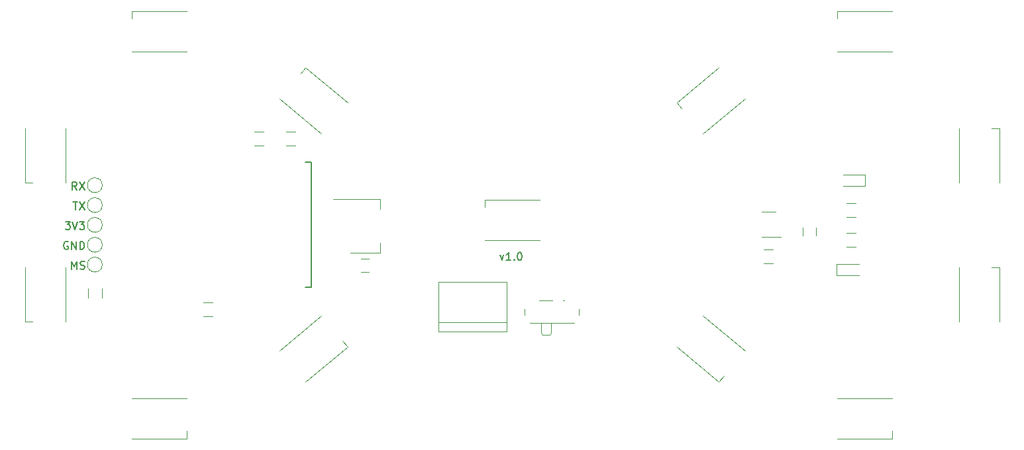
<source format=gto>
G04 #@! TF.GenerationSoftware,KiCad,Pcbnew,(5.0.2-5-10.14)*
G04 #@! TF.CreationDate,2019-03-10T19:37:14-04:00*
G04 #@! TF.ProjectId,glowtie,676c6f77-7469-4652-9e6b-696361645f70,rev?*
G04 #@! TF.SameCoordinates,Original*
G04 #@! TF.FileFunction,Legend,Top*
G04 #@! TF.FilePolarity,Positive*
%FSLAX46Y46*%
G04 Gerber Fmt 4.6, Leading zero omitted, Abs format (unit mm)*
G04 Created by KiCad (PCBNEW (5.0.2-5-10.14)) date Sunday, March 10, 2019 at 07:37:14 PM*
%MOMM*%
%LPD*%
G01*
G04 APERTURE LIST*
%ADD10C,0.200000*%
%ADD11C,0.150000*%
%ADD12C,0.120000*%
%ADD13C,0.152400*%
G04 APERTURE END LIST*
D10*
X74644428Y-45124714D02*
X74882523Y-45791380D01*
X75120619Y-45124714D01*
X76025380Y-45791380D02*
X75453952Y-45791380D01*
X75739666Y-45791380D02*
X75739666Y-44791380D01*
X75644428Y-44934238D01*
X75549190Y-45029476D01*
X75453952Y-45077095D01*
X76453952Y-45696142D02*
X76501571Y-45743761D01*
X76453952Y-45791380D01*
X76406333Y-45743761D01*
X76453952Y-45696142D01*
X76453952Y-45791380D01*
X77120619Y-44791380D02*
X77215857Y-44791380D01*
X77311095Y-44839000D01*
X77358714Y-44886619D01*
X77406333Y-44981857D01*
X77453952Y-45172333D01*
X77453952Y-45410428D01*
X77406333Y-45600904D01*
X77358714Y-45696142D01*
X77311095Y-45743761D01*
X77215857Y-45791380D01*
X77120619Y-45791380D01*
X77025380Y-45743761D01*
X76977761Y-45696142D01*
X76930142Y-45600904D01*
X76882523Y-45410428D01*
X76882523Y-45172333D01*
X76930142Y-44981857D01*
X76977761Y-44886619D01*
X77025380Y-44839000D01*
X77120619Y-44791380D01*
D11*
X19891476Y-46934380D02*
X19891476Y-45934380D01*
X20224809Y-46648666D01*
X20558142Y-45934380D01*
X20558142Y-46934380D01*
X20986714Y-46886761D02*
X21129571Y-46934380D01*
X21367666Y-46934380D01*
X21462904Y-46886761D01*
X21510523Y-46839142D01*
X21558142Y-46743904D01*
X21558142Y-46648666D01*
X21510523Y-46553428D01*
X21462904Y-46505809D01*
X21367666Y-46458190D01*
X21177190Y-46410571D01*
X21081952Y-46362952D01*
X21034333Y-46315333D01*
X20986714Y-46220095D01*
X20986714Y-46124857D01*
X21034333Y-46029619D01*
X21081952Y-45982000D01*
X21177190Y-45934380D01*
X21415285Y-45934380D01*
X21558142Y-45982000D01*
X19431095Y-43442000D02*
X19335857Y-43394380D01*
X19193000Y-43394380D01*
X19050142Y-43442000D01*
X18954904Y-43537238D01*
X18907285Y-43632476D01*
X18859666Y-43822952D01*
X18859666Y-43965809D01*
X18907285Y-44156285D01*
X18954904Y-44251523D01*
X19050142Y-44346761D01*
X19193000Y-44394380D01*
X19288238Y-44394380D01*
X19431095Y-44346761D01*
X19478714Y-44299142D01*
X19478714Y-43965809D01*
X19288238Y-43965809D01*
X19907285Y-44394380D02*
X19907285Y-43394380D01*
X20478714Y-44394380D01*
X20478714Y-43394380D01*
X20954904Y-44394380D02*
X20954904Y-43394380D01*
X21193000Y-43394380D01*
X21335857Y-43442000D01*
X21431095Y-43537238D01*
X21478714Y-43632476D01*
X21526333Y-43822952D01*
X21526333Y-43965809D01*
X21478714Y-44156285D01*
X21431095Y-44251523D01*
X21335857Y-44346761D01*
X21193000Y-44394380D01*
X20954904Y-44394380D01*
X19081904Y-40854380D02*
X19700952Y-40854380D01*
X19367619Y-41235333D01*
X19510476Y-41235333D01*
X19605714Y-41282952D01*
X19653333Y-41330571D01*
X19700952Y-41425809D01*
X19700952Y-41663904D01*
X19653333Y-41759142D01*
X19605714Y-41806761D01*
X19510476Y-41854380D01*
X19224761Y-41854380D01*
X19129523Y-41806761D01*
X19081904Y-41759142D01*
X19986666Y-40854380D02*
X20320000Y-41854380D01*
X20653333Y-40854380D01*
X20891428Y-40854380D02*
X21510476Y-40854380D01*
X21177142Y-41235333D01*
X21320000Y-41235333D01*
X21415238Y-41282952D01*
X21462857Y-41330571D01*
X21510476Y-41425809D01*
X21510476Y-41663904D01*
X21462857Y-41759142D01*
X21415238Y-41806761D01*
X21320000Y-41854380D01*
X21034285Y-41854380D01*
X20939047Y-41806761D01*
X20891428Y-41759142D01*
X20066095Y-38314380D02*
X20637523Y-38314380D01*
X20351809Y-39314380D02*
X20351809Y-38314380D01*
X20875619Y-38314380D02*
X21542285Y-39314380D01*
X21542285Y-38314380D02*
X20875619Y-39314380D01*
X20534333Y-36774380D02*
X20201000Y-36298190D01*
X19962904Y-36774380D02*
X19962904Y-35774380D01*
X20343857Y-35774380D01*
X20439095Y-35822000D01*
X20486714Y-35869619D01*
X20534333Y-35964857D01*
X20534333Y-36107714D01*
X20486714Y-36202952D01*
X20439095Y-36250571D01*
X20343857Y-36298190D01*
X19962904Y-36298190D01*
X20867666Y-35774380D02*
X21534333Y-36774380D01*
X21534333Y-35774380D02*
X20867666Y-36774380D01*
D12*
G04 #@! TO.C,LED1*
X46447597Y-57408041D02*
X51809908Y-52908528D01*
X49790092Y-61391472D02*
X55152403Y-56891959D01*
X55152403Y-56891959D02*
X54509616Y-56125914D01*
G04 #@! TO.C,LED2*
X27615000Y-63440000D02*
X34615000Y-63440000D01*
X27615000Y-68640000D02*
X34615000Y-68640000D01*
X34615000Y-68640000D02*
X34615000Y-67640000D01*
G04 #@! TO.C,LED3*
X19110000Y-46665000D02*
X19110000Y-53665000D01*
X13910000Y-46665000D02*
X13910000Y-53665000D01*
X13910000Y-53665000D02*
X14910000Y-53665000D01*
G04 #@! TO.C,LED4*
X19110000Y-28885000D02*
X19110000Y-35885000D01*
X13910000Y-28885000D02*
X13910000Y-35885000D01*
X13910000Y-35885000D02*
X14910000Y-35885000D01*
G04 #@! TO.C,LED5*
X34615000Y-19110000D02*
X27615000Y-19110000D01*
X34615000Y-13910000D02*
X27615000Y-13910000D01*
X27615000Y-13910000D02*
X27615000Y-14910000D01*
G04 #@! TO.C,LED6*
X51809908Y-29641472D02*
X46447597Y-25141959D01*
X55152403Y-25658041D02*
X49790092Y-21158528D01*
X49790092Y-21158528D02*
X49147305Y-21924572D01*
G04 #@! TO.C,LED7*
X79700000Y-43240000D02*
X72700000Y-43240000D01*
X79700000Y-38040000D02*
X72700000Y-38040000D01*
X72700000Y-38040000D02*
X72700000Y-39040000D01*
G04 #@! TO.C,LED8*
X105952403Y-25141959D02*
X100590092Y-29641472D01*
X102609908Y-21158528D02*
X97247597Y-25658041D01*
X97247597Y-25658041D02*
X97890384Y-26424086D01*
G04 #@! TO.C,LED9*
X124785000Y-19110000D02*
X117785000Y-19110000D01*
X124785000Y-13910000D02*
X117785000Y-13910000D01*
X117785000Y-13910000D02*
X117785000Y-14910000D01*
G04 #@! TO.C,SW1*
X82680000Y-50950000D02*
X82880000Y-50950000D01*
X79880000Y-55090000D02*
X80080000Y-55300000D01*
X81180000Y-55090000D02*
X80980000Y-55300000D01*
X79880000Y-53800000D02*
X79880000Y-55090000D01*
X80080000Y-55300000D02*
X80980000Y-55300000D01*
X81180000Y-55090000D02*
X81180000Y-53800000D01*
X78430000Y-53800000D02*
X84130000Y-53800000D01*
X79680000Y-50950000D02*
X81380000Y-50950000D01*
X77830000Y-52000000D02*
X77830000Y-52790000D01*
X84730000Y-52790000D02*
X84730000Y-52000000D01*
G04 #@! TO.C,LED10*
X133290000Y-35885000D02*
X133290000Y-28885000D01*
X138490000Y-35885000D02*
X138490000Y-28885000D01*
X138490000Y-28885000D02*
X137490000Y-28885000D01*
G04 #@! TO.C,LED11*
X133290000Y-53665000D02*
X133290000Y-46665000D01*
X138490000Y-53665000D02*
X138490000Y-46665000D01*
X138490000Y-46665000D02*
X137490000Y-46665000D01*
G04 #@! TO.C,LED12*
X117785000Y-63440000D02*
X124785000Y-63440000D01*
X117785000Y-68640000D02*
X124785000Y-68640000D01*
X124785000Y-68640000D02*
X124785000Y-67640000D01*
G04 #@! TO.C,LED13*
X100590092Y-52908528D02*
X105952403Y-57408041D01*
X97247597Y-56891959D02*
X102609908Y-61391472D01*
X102609908Y-61391472D02*
X103252695Y-60625428D01*
G04 #@! TO.C,U2*
X59314000Y-44812000D02*
X59314000Y-43552000D01*
X59314000Y-37992000D02*
X59314000Y-39252000D01*
X55554000Y-44812000D02*
X59314000Y-44812000D01*
X53304000Y-37992000D02*
X59314000Y-37992000D01*
D13*
G04 #@! TO.C,U3*
X49784000Y-49276000D02*
X50546000Y-49276000D01*
X50546000Y-49276000D02*
X50546000Y-33274000D01*
X50546000Y-33274000D02*
X49784000Y-33274000D01*
D12*
G04 #@! TO.C,U1*
X109866000Y-39601500D02*
X108066000Y-39601500D01*
X108066000Y-42821500D02*
X110516000Y-42821500D01*
G04 #@! TO.C,1uF3*
X57904000Y-45632000D02*
X56904000Y-45632000D01*
X56904000Y-47332000D02*
X57904000Y-47332000D01*
G04 #@! TO.C,10uF2*
X115023000Y-42600500D02*
X115023000Y-41600500D01*
X113323000Y-41600500D02*
X113323000Y-42600500D01*
G04 #@! TO.C,D1*
X121307000Y-36260000D02*
X121307000Y-34860000D01*
X121307000Y-34860000D02*
X118507000Y-34860000D01*
X121307000Y-36260000D02*
X118507000Y-36260000D01*
G04 #@! TO.C,D2*
X117707000Y-46290000D02*
X117707000Y-47690000D01*
X117707000Y-47690000D02*
X120507000Y-47690000D01*
X117707000Y-46290000D02*
X120507000Y-46290000D01*
G04 #@! TO.C,J1*
X66770000Y-54957000D02*
X66770000Y-48547000D01*
X75470000Y-53727000D02*
X66770000Y-53727000D01*
X75470000Y-48547000D02*
X75470000Y-54957000D01*
X66770000Y-48547000D02*
X75470000Y-48547000D01*
X66770000Y-54957000D02*
X75470000Y-54957000D01*
G04 #@! TO.C,R1*
X37938000Y-52950000D02*
X36738000Y-52950000D01*
X36738000Y-51190000D02*
X37938000Y-51190000D01*
G04 #@! TO.C,R2*
X109566000Y-46155500D02*
X108366000Y-46155500D01*
X108366000Y-44395500D02*
X109566000Y-44395500D01*
G04 #@! TO.C,R3*
X48479000Y-31106000D02*
X47279000Y-31106000D01*
X47279000Y-29346000D02*
X48479000Y-29346000D01*
G04 #@! TO.C,R4*
X23740000Y-49438000D02*
X23740000Y-50638000D01*
X21980000Y-50638000D02*
X21980000Y-49438000D01*
G04 #@! TO.C,R5*
X44415000Y-31106000D02*
X43215000Y-31106000D01*
X43215000Y-29346000D02*
X44415000Y-29346000D01*
G04 #@! TO.C,R470*
X120107000Y-40250000D02*
X118907000Y-40250000D01*
X118907000Y-38490000D02*
X120107000Y-38490000D01*
G04 #@! TO.C,R470_1*
X120107000Y-44060000D02*
X118907000Y-44060000D01*
X118907000Y-42300000D02*
X120107000Y-42300000D01*
G04 #@! TO.C,J2*
X23810000Y-36195000D02*
G75*
G03X23810000Y-36195000I-950000J0D01*
G01*
G04 #@! TO.C,J4*
X23810000Y-38735000D02*
G75*
G03X23810000Y-38735000I-950000J0D01*
G01*
G04 #@! TO.C,J5*
X23810000Y-46355000D02*
G75*
G03X23810000Y-46355000I-950000J0D01*
G01*
G04 #@! TO.C,J10*
X23810000Y-41275000D02*
G75*
G03X23810000Y-41275000I-950000J0D01*
G01*
G04 #@! TO.C,J11*
X23810000Y-43815000D02*
G75*
G03X23810000Y-43815000I-950000J0D01*
G01*
G04 #@! TD*
M02*

</source>
